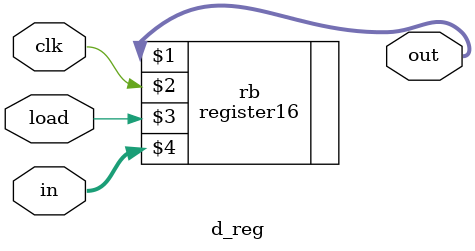
<source format=v>
`timescale 1ns / 1ps

module d_reg(out, clk, load, in);
input clk, load;
input [15:0] in;
output [15:0] out;
register16 rb(out, clk, load, in);
endmodule
</source>
